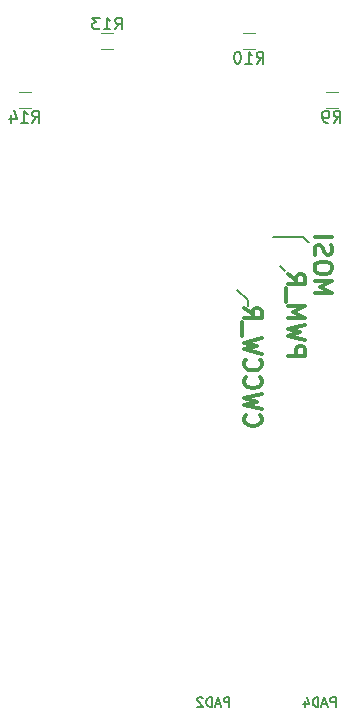
<source format=gbr>
G04 #@! TF.FileFunction,Legend,Bot*
%FSLAX46Y46*%
G04 Gerber Fmt 4.6, Leading zero omitted, Abs format (unit mm)*
G04 Created by KiCad (PCBNEW 4.0.7) date 10/02/18 15:19:20*
%MOMM*%
%LPD*%
G01*
G04 APERTURE LIST*
%ADD10C,0.100000*%
%ADD11C,0.200000*%
%ADD12C,0.300000*%
%ADD13C,0.120000*%
%ADD14C,0.150000*%
G04 APERTURE END LIST*
D10*
D11*
X156019500Y-74993500D02*
X156083000Y-74993500D01*
X155575000Y-74549000D02*
X156019500Y-74993500D01*
X153035000Y-74549000D02*
X155575000Y-74549000D01*
D12*
X156547429Y-79319143D02*
X158047429Y-79319143D01*
X156976000Y-78819143D01*
X158047429Y-78319143D01*
X156547429Y-78319143D01*
X158047429Y-77319143D02*
X158047429Y-77033429D01*
X157976000Y-76890571D01*
X157833143Y-76747714D01*
X157547429Y-76676286D01*
X157047429Y-76676286D01*
X156761714Y-76747714D01*
X156618857Y-76890571D01*
X156547429Y-77033429D01*
X156547429Y-77319143D01*
X156618857Y-77462000D01*
X156761714Y-77604857D01*
X157047429Y-77676286D01*
X157547429Y-77676286D01*
X157833143Y-77604857D01*
X157976000Y-77462000D01*
X158047429Y-77319143D01*
X156618857Y-76104857D02*
X156547429Y-75890571D01*
X156547429Y-75533428D01*
X156618857Y-75390571D01*
X156690286Y-75319142D01*
X156833143Y-75247714D01*
X156976000Y-75247714D01*
X157118857Y-75319142D01*
X157190286Y-75390571D01*
X157261714Y-75533428D01*
X157333143Y-75819142D01*
X157404571Y-75962000D01*
X157476000Y-76033428D01*
X157618857Y-76104857D01*
X157761714Y-76104857D01*
X157904571Y-76033428D01*
X157976000Y-75962000D01*
X158047429Y-75819142D01*
X158047429Y-75462000D01*
X157976000Y-75247714D01*
X156547429Y-74604857D02*
X158047429Y-74604857D01*
D11*
X150876000Y-79946500D02*
X150876000Y-80391000D01*
X149987000Y-79057500D02*
X150876000Y-79946500D01*
D12*
X150721286Y-89669428D02*
X150649857Y-89740857D01*
X150578429Y-89955143D01*
X150578429Y-90098000D01*
X150649857Y-90312285D01*
X150792714Y-90455143D01*
X150935571Y-90526571D01*
X151221286Y-90598000D01*
X151435571Y-90598000D01*
X151721286Y-90526571D01*
X151864143Y-90455143D01*
X152007000Y-90312285D01*
X152078429Y-90098000D01*
X152078429Y-89955143D01*
X152007000Y-89740857D01*
X151935571Y-89669428D01*
X152078429Y-89169428D02*
X150578429Y-88812285D01*
X151649857Y-88526571D01*
X150578429Y-88240857D01*
X152078429Y-87883714D01*
X150721286Y-86455142D02*
X150649857Y-86526571D01*
X150578429Y-86740857D01*
X150578429Y-86883714D01*
X150649857Y-87097999D01*
X150792714Y-87240857D01*
X150935571Y-87312285D01*
X151221286Y-87383714D01*
X151435571Y-87383714D01*
X151721286Y-87312285D01*
X151864143Y-87240857D01*
X152007000Y-87097999D01*
X152078429Y-86883714D01*
X152078429Y-86740857D01*
X152007000Y-86526571D01*
X151935571Y-86455142D01*
X150721286Y-84955142D02*
X150649857Y-85026571D01*
X150578429Y-85240857D01*
X150578429Y-85383714D01*
X150649857Y-85597999D01*
X150792714Y-85740857D01*
X150935571Y-85812285D01*
X151221286Y-85883714D01*
X151435571Y-85883714D01*
X151721286Y-85812285D01*
X151864143Y-85740857D01*
X152007000Y-85597999D01*
X152078429Y-85383714D01*
X152078429Y-85240857D01*
X152007000Y-85026571D01*
X151935571Y-84955142D01*
X152078429Y-84455142D02*
X150578429Y-84097999D01*
X151649857Y-83812285D01*
X150578429Y-83526571D01*
X152078429Y-83169428D01*
X150435571Y-82955142D02*
X150435571Y-81812285D01*
X150578429Y-80597999D02*
X151292714Y-81097999D01*
X150578429Y-81455142D02*
X152078429Y-81455142D01*
X152078429Y-80883714D01*
X152007000Y-80740856D01*
X151935571Y-80669428D01*
X151792714Y-80597999D01*
X151578429Y-80597999D01*
X151435571Y-80669428D01*
X151364143Y-80740856D01*
X151292714Y-80883714D01*
X151292714Y-81455142D01*
D11*
X153606500Y-77025500D02*
X154051000Y-77470000D01*
D12*
X154261429Y-84645071D02*
X155761429Y-84645071D01*
X155761429Y-84073643D01*
X155690000Y-83930785D01*
X155618571Y-83859357D01*
X155475714Y-83787928D01*
X155261429Y-83787928D01*
X155118571Y-83859357D01*
X155047143Y-83930785D01*
X154975714Y-84073643D01*
X154975714Y-84645071D01*
X155761429Y-83287928D02*
X154261429Y-82930785D01*
X155332857Y-82645071D01*
X154261429Y-82359357D01*
X155761429Y-82002214D01*
X154261429Y-81430785D02*
X155761429Y-81430785D01*
X154690000Y-80930785D01*
X155761429Y-80430785D01*
X154261429Y-80430785D01*
X154118571Y-80073642D02*
X154118571Y-78930785D01*
X154261429Y-77716499D02*
X154975714Y-78216499D01*
X154261429Y-78573642D02*
X155761429Y-78573642D01*
X155761429Y-78002214D01*
X155690000Y-77859356D01*
X155618571Y-77787928D01*
X155475714Y-77716499D01*
X155261429Y-77716499D01*
X155118571Y-77787928D01*
X155047143Y-77859356D01*
X154975714Y-78002214D01*
X154975714Y-78573642D01*
D13*
X158500000Y-62320000D02*
X157500000Y-62320000D01*
X157500000Y-63680000D02*
X158500000Y-63680000D01*
X151500000Y-57320000D02*
X150500000Y-57320000D01*
X150500000Y-58680000D02*
X151500000Y-58680000D01*
X138500000Y-58680000D02*
X139500000Y-58680000D01*
X139500000Y-57320000D02*
X138500000Y-57320000D01*
X132500000Y-62320000D02*
X131500000Y-62320000D01*
X131500000Y-63680000D02*
X132500000Y-63680000D01*
D14*
X149333333Y-114361905D02*
X149333333Y-113561905D01*
X149028571Y-113561905D01*
X148952380Y-113600000D01*
X148914285Y-113638095D01*
X148876190Y-113714286D01*
X148876190Y-113828571D01*
X148914285Y-113904762D01*
X148952380Y-113942857D01*
X149028571Y-113980952D01*
X149333333Y-113980952D01*
X148571428Y-114133333D02*
X148190476Y-114133333D01*
X148647619Y-114361905D02*
X148380952Y-113561905D01*
X148114285Y-114361905D01*
X147847619Y-114361905D02*
X147847619Y-113561905D01*
X147657143Y-113561905D01*
X147542857Y-113600000D01*
X147466666Y-113676190D01*
X147428571Y-113752381D01*
X147390476Y-113904762D01*
X147390476Y-114019048D01*
X147428571Y-114171429D01*
X147466666Y-114247619D01*
X147542857Y-114323810D01*
X147657143Y-114361905D01*
X147847619Y-114361905D01*
X147085714Y-113638095D02*
X147047619Y-113600000D01*
X146971428Y-113561905D01*
X146780952Y-113561905D01*
X146704762Y-113600000D01*
X146666666Y-113638095D01*
X146628571Y-113714286D01*
X146628571Y-113790476D01*
X146666666Y-113904762D01*
X147123809Y-114361905D01*
X146628571Y-114361905D01*
X158333333Y-114361905D02*
X158333333Y-113561905D01*
X158028571Y-113561905D01*
X157952380Y-113600000D01*
X157914285Y-113638095D01*
X157876190Y-113714286D01*
X157876190Y-113828571D01*
X157914285Y-113904762D01*
X157952380Y-113942857D01*
X158028571Y-113980952D01*
X158333333Y-113980952D01*
X157571428Y-114133333D02*
X157190476Y-114133333D01*
X157647619Y-114361905D02*
X157380952Y-113561905D01*
X157114285Y-114361905D01*
X156847619Y-114361905D02*
X156847619Y-113561905D01*
X156657143Y-113561905D01*
X156542857Y-113600000D01*
X156466666Y-113676190D01*
X156428571Y-113752381D01*
X156390476Y-113904762D01*
X156390476Y-114019048D01*
X156428571Y-114171429D01*
X156466666Y-114247619D01*
X156542857Y-114323810D01*
X156657143Y-114361905D01*
X156847619Y-114361905D01*
X155704762Y-113828571D02*
X155704762Y-114361905D01*
X155895238Y-113523810D02*
X156085714Y-114095238D01*
X155590476Y-114095238D01*
X158166666Y-64902381D02*
X158500000Y-64426190D01*
X158738095Y-64902381D02*
X158738095Y-63902381D01*
X158357142Y-63902381D01*
X158261904Y-63950000D01*
X158214285Y-63997619D01*
X158166666Y-64092857D01*
X158166666Y-64235714D01*
X158214285Y-64330952D01*
X158261904Y-64378571D01*
X158357142Y-64426190D01*
X158738095Y-64426190D01*
X157690476Y-64902381D02*
X157500000Y-64902381D01*
X157404761Y-64854762D01*
X157357142Y-64807143D01*
X157261904Y-64664286D01*
X157214285Y-64473810D01*
X157214285Y-64092857D01*
X157261904Y-63997619D01*
X157309523Y-63950000D01*
X157404761Y-63902381D01*
X157595238Y-63902381D01*
X157690476Y-63950000D01*
X157738095Y-63997619D01*
X157785714Y-64092857D01*
X157785714Y-64330952D01*
X157738095Y-64426190D01*
X157690476Y-64473810D01*
X157595238Y-64521429D01*
X157404761Y-64521429D01*
X157309523Y-64473810D01*
X157261904Y-64426190D01*
X157214285Y-64330952D01*
X151642857Y-59902381D02*
X151976191Y-59426190D01*
X152214286Y-59902381D02*
X152214286Y-58902381D01*
X151833333Y-58902381D01*
X151738095Y-58950000D01*
X151690476Y-58997619D01*
X151642857Y-59092857D01*
X151642857Y-59235714D01*
X151690476Y-59330952D01*
X151738095Y-59378571D01*
X151833333Y-59426190D01*
X152214286Y-59426190D01*
X150690476Y-59902381D02*
X151261905Y-59902381D01*
X150976191Y-59902381D02*
X150976191Y-58902381D01*
X151071429Y-59045238D01*
X151166667Y-59140476D01*
X151261905Y-59188095D01*
X150071429Y-58902381D02*
X149976190Y-58902381D01*
X149880952Y-58950000D01*
X149833333Y-58997619D01*
X149785714Y-59092857D01*
X149738095Y-59283333D01*
X149738095Y-59521429D01*
X149785714Y-59711905D01*
X149833333Y-59807143D01*
X149880952Y-59854762D01*
X149976190Y-59902381D01*
X150071429Y-59902381D01*
X150166667Y-59854762D01*
X150214286Y-59807143D01*
X150261905Y-59711905D01*
X150309524Y-59521429D01*
X150309524Y-59283333D01*
X150261905Y-59092857D01*
X150214286Y-58997619D01*
X150166667Y-58950000D01*
X150071429Y-58902381D01*
X139642857Y-57002381D02*
X139976191Y-56526190D01*
X140214286Y-57002381D02*
X140214286Y-56002381D01*
X139833333Y-56002381D01*
X139738095Y-56050000D01*
X139690476Y-56097619D01*
X139642857Y-56192857D01*
X139642857Y-56335714D01*
X139690476Y-56430952D01*
X139738095Y-56478571D01*
X139833333Y-56526190D01*
X140214286Y-56526190D01*
X138690476Y-57002381D02*
X139261905Y-57002381D01*
X138976191Y-57002381D02*
X138976191Y-56002381D01*
X139071429Y-56145238D01*
X139166667Y-56240476D01*
X139261905Y-56288095D01*
X138357143Y-56002381D02*
X137738095Y-56002381D01*
X138071429Y-56383333D01*
X137928571Y-56383333D01*
X137833333Y-56430952D01*
X137785714Y-56478571D01*
X137738095Y-56573810D01*
X137738095Y-56811905D01*
X137785714Y-56907143D01*
X137833333Y-56954762D01*
X137928571Y-57002381D01*
X138214286Y-57002381D01*
X138309524Y-56954762D01*
X138357143Y-56907143D01*
X132642857Y-64902381D02*
X132976191Y-64426190D01*
X133214286Y-64902381D02*
X133214286Y-63902381D01*
X132833333Y-63902381D01*
X132738095Y-63950000D01*
X132690476Y-63997619D01*
X132642857Y-64092857D01*
X132642857Y-64235714D01*
X132690476Y-64330952D01*
X132738095Y-64378571D01*
X132833333Y-64426190D01*
X133214286Y-64426190D01*
X131690476Y-64902381D02*
X132261905Y-64902381D01*
X131976191Y-64902381D02*
X131976191Y-63902381D01*
X132071429Y-64045238D01*
X132166667Y-64140476D01*
X132261905Y-64188095D01*
X130833333Y-64235714D02*
X130833333Y-64902381D01*
X131071429Y-63854762D02*
X131309524Y-64569048D01*
X130690476Y-64569048D01*
M02*

</source>
